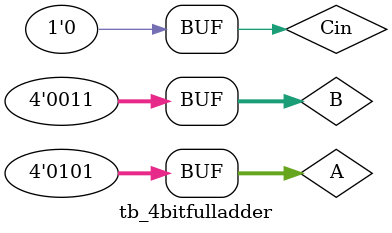
<source format=v>
`timescale 1ns/1ps

module tb_4bitfulladder ();
    reg [3 : 0] A, B;
    reg Cin;

    wire [3 : 0] S;
    wire Cout;

    initial begin
        A = 4'b0000;
        B = 4'b0000;
        Cin = 1'b0; // initialize

        #50 A = 4'b0001; B = 4'b0010; // output will be 4'b0011
        #50 A = 4'b0101; B = 4'b0011; // output will be 4'b1000    
    end

    
    // integer i, j;
    // initial begin

    //     for(i = 0; i < 15; i = i + 1) begin
    //         for(j = 0; j < 15; j = j + 1) begin
    //             #50 A = i; B = j;
    //         end
    //     end
    // end
   

    // DUT instantiation
    four_bitfulladder four_bitfulladder_inst0 (
        .A(A), .B(B),
        .Cin(Cin),

        .S(S),
        .Cout(Cout) 
    );

endmodule




</source>
